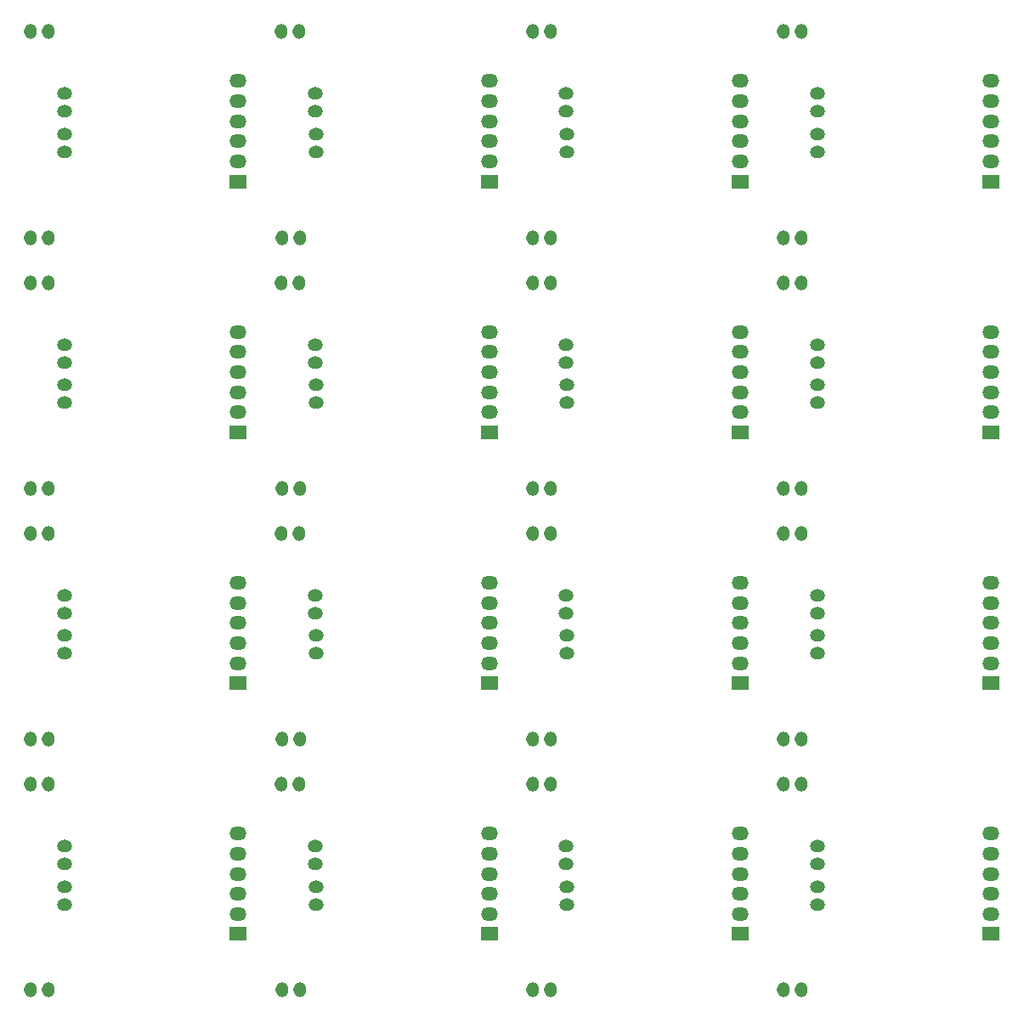
<source format=gbs>
G04 #@! TF.FileFunction,Soldermask,Bot*
%FSLAX46Y46*%
G04 Gerber Fmt 4.6, Leading zero omitted, Abs format (unit mm)*
G04 Created by KiCad (PCBNEW 4.0.2-stable) date 11/9/2017 2:08:56 PM*
%MOMM*%
G01*
G04 APERTURE LIST*
%ADD10C,0.100000*%
%ADD11O,1.524000X1.270000*%
%ADD12R,1.700000X1.350000*%
%ADD13O,1.700000X1.350000*%
%ADD14O,1.270000X1.524000*%
G04 APERTURE END LIST*
D10*
D11*
X181121200Y-139223800D03*
X181121200Y-137445800D03*
X181070400Y-135210600D03*
X181070400Y-133432600D03*
D12*
X198393200Y-142175800D03*
D13*
X198393200Y-140175800D03*
X198393200Y-138175800D03*
X198393200Y-136175800D03*
X198393200Y-134175800D03*
X198393200Y-132175800D03*
D14*
X154495600Y-127260400D03*
X152717600Y-127260400D03*
D11*
X156121200Y-139223800D03*
X156121200Y-137445800D03*
X156070400Y-135210600D03*
X156070400Y-133432600D03*
D14*
X154521000Y-147758200D03*
X152743000Y-147758200D03*
D12*
X148393200Y-142175800D03*
D13*
X148393200Y-140175800D03*
X148393200Y-138175800D03*
X148393200Y-136175800D03*
X148393200Y-134175800D03*
X148393200Y-132175800D03*
D14*
X179495600Y-127260400D03*
X177717600Y-127260400D03*
X179521000Y-147758200D03*
X177743000Y-147758200D03*
D12*
X173393200Y-142175800D03*
D13*
X173393200Y-140175800D03*
X173393200Y-138175800D03*
X173393200Y-136175800D03*
X173393200Y-134175800D03*
X173393200Y-132175800D03*
D14*
X104495600Y-127260400D03*
X102717600Y-127260400D03*
D11*
X106070400Y-135210600D03*
X106070400Y-133432600D03*
D14*
X104521000Y-147758200D03*
X102743000Y-147758200D03*
D11*
X106121200Y-139223800D03*
X106121200Y-137445800D03*
D14*
X129521000Y-147758200D03*
X127743000Y-147758200D03*
D11*
X131121200Y-139223800D03*
X131121200Y-137445800D03*
X131070400Y-135210600D03*
X131070400Y-133432600D03*
D14*
X129495600Y-127260400D03*
X127717600Y-127260400D03*
D12*
X123393200Y-142175800D03*
D13*
X123393200Y-140175800D03*
X123393200Y-138175800D03*
X123393200Y-136175800D03*
X123393200Y-134175800D03*
X123393200Y-132175800D03*
D11*
X181121200Y-114223800D03*
X181121200Y-112445800D03*
X181070400Y-110210600D03*
X181070400Y-108432600D03*
D12*
X198393200Y-117175800D03*
D13*
X198393200Y-115175800D03*
X198393200Y-113175800D03*
X198393200Y-111175800D03*
X198393200Y-109175800D03*
X198393200Y-107175800D03*
D14*
X154495600Y-102260400D03*
X152717600Y-102260400D03*
D11*
X156121200Y-114223800D03*
X156121200Y-112445800D03*
X156070400Y-110210600D03*
X156070400Y-108432600D03*
D14*
X154521000Y-122758200D03*
X152743000Y-122758200D03*
D12*
X148393200Y-117175800D03*
D13*
X148393200Y-115175800D03*
X148393200Y-113175800D03*
X148393200Y-111175800D03*
X148393200Y-109175800D03*
X148393200Y-107175800D03*
D14*
X179495600Y-102260400D03*
X177717600Y-102260400D03*
X179521000Y-122758200D03*
X177743000Y-122758200D03*
D12*
X173393200Y-117175800D03*
D13*
X173393200Y-115175800D03*
X173393200Y-113175800D03*
X173393200Y-111175800D03*
X173393200Y-109175800D03*
X173393200Y-107175800D03*
D14*
X104495600Y-102260400D03*
X102717600Y-102260400D03*
D11*
X106070400Y-110210600D03*
X106070400Y-108432600D03*
D14*
X104521000Y-122758200D03*
X102743000Y-122758200D03*
D11*
X106121200Y-114223800D03*
X106121200Y-112445800D03*
D14*
X129521000Y-122758200D03*
X127743000Y-122758200D03*
D11*
X131121200Y-114223800D03*
X131121200Y-112445800D03*
X131070400Y-110210600D03*
X131070400Y-108432600D03*
D14*
X129495600Y-102260400D03*
X127717600Y-102260400D03*
D12*
X123393200Y-117175800D03*
D13*
X123393200Y-115175800D03*
X123393200Y-113175800D03*
X123393200Y-111175800D03*
X123393200Y-109175800D03*
X123393200Y-107175800D03*
D11*
X181121200Y-89223800D03*
X181121200Y-87445800D03*
X181070400Y-85210600D03*
X181070400Y-83432600D03*
D12*
X198393200Y-92175800D03*
D13*
X198393200Y-90175800D03*
X198393200Y-88175800D03*
X198393200Y-86175800D03*
X198393200Y-84175800D03*
X198393200Y-82175800D03*
D14*
X154495600Y-77260400D03*
X152717600Y-77260400D03*
D11*
X156121200Y-89223800D03*
X156121200Y-87445800D03*
X156070400Y-85210600D03*
X156070400Y-83432600D03*
D14*
X154521000Y-97758200D03*
X152743000Y-97758200D03*
D12*
X148393200Y-92175800D03*
D13*
X148393200Y-90175800D03*
X148393200Y-88175800D03*
X148393200Y-86175800D03*
X148393200Y-84175800D03*
X148393200Y-82175800D03*
D14*
X179495600Y-77260400D03*
X177717600Y-77260400D03*
X179521000Y-97758200D03*
X177743000Y-97758200D03*
D12*
X173393200Y-92175800D03*
D13*
X173393200Y-90175800D03*
X173393200Y-88175800D03*
X173393200Y-86175800D03*
X173393200Y-84175800D03*
X173393200Y-82175800D03*
D14*
X104495600Y-77260400D03*
X102717600Y-77260400D03*
D11*
X106070400Y-85210600D03*
X106070400Y-83432600D03*
D14*
X104521000Y-97758200D03*
X102743000Y-97758200D03*
D11*
X106121200Y-89223800D03*
X106121200Y-87445800D03*
D14*
X129521000Y-97758200D03*
X127743000Y-97758200D03*
D11*
X131121200Y-89223800D03*
X131121200Y-87445800D03*
X131070400Y-85210600D03*
X131070400Y-83432600D03*
D14*
X129495600Y-77260400D03*
X127717600Y-77260400D03*
D12*
X123393200Y-92175800D03*
D13*
X123393200Y-90175800D03*
X123393200Y-88175800D03*
X123393200Y-86175800D03*
X123393200Y-84175800D03*
X123393200Y-82175800D03*
D11*
X181121200Y-64223800D03*
X181121200Y-62445800D03*
D12*
X198393200Y-67175800D03*
D13*
X198393200Y-65175800D03*
X198393200Y-63175800D03*
X198393200Y-61175800D03*
X198393200Y-59175800D03*
X198393200Y-57175800D03*
D14*
X179495600Y-52260400D03*
X177717600Y-52260400D03*
X179521000Y-72758200D03*
X177743000Y-72758200D03*
D11*
X181070400Y-60210600D03*
X181070400Y-58432600D03*
X156121200Y-64223800D03*
X156121200Y-62445800D03*
D12*
X173393200Y-67175800D03*
D13*
X173393200Y-65175800D03*
X173393200Y-63175800D03*
X173393200Y-61175800D03*
X173393200Y-59175800D03*
X173393200Y-57175800D03*
D14*
X154495600Y-52260400D03*
X152717600Y-52260400D03*
X154521000Y-72758200D03*
X152743000Y-72758200D03*
D11*
X156070400Y-60210600D03*
X156070400Y-58432600D03*
X131121200Y-64223800D03*
X131121200Y-62445800D03*
D12*
X148393200Y-67175800D03*
D13*
X148393200Y-65175800D03*
X148393200Y-63175800D03*
X148393200Y-61175800D03*
X148393200Y-59175800D03*
X148393200Y-57175800D03*
D14*
X129495600Y-52260400D03*
X127717600Y-52260400D03*
X129521000Y-72758200D03*
X127743000Y-72758200D03*
D11*
X131070400Y-60210600D03*
X131070400Y-58432600D03*
D14*
X104521000Y-72758200D03*
X102743000Y-72758200D03*
X104495600Y-52260400D03*
X102717600Y-52260400D03*
D12*
X123393200Y-67175800D03*
D13*
X123393200Y-65175800D03*
X123393200Y-63175800D03*
X123393200Y-61175800D03*
X123393200Y-59175800D03*
X123393200Y-57175800D03*
D11*
X106070400Y-60210600D03*
X106070400Y-58432600D03*
X106121200Y-64223800D03*
X106121200Y-62445800D03*
M02*

</source>
